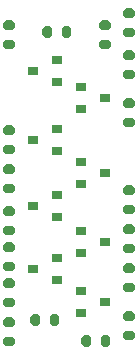
<source format=gtp>
G04 #@! TF.GenerationSoftware,KiCad,Pcbnew,5.1.12-84ad8e8a86~92~ubuntu20.04.1*
G04 #@! TF.CreationDate,2022-05-29T14:18:07-04:00*
G04 #@! TF.ProjectId,fluke9010-protection,666c756b-6539-4303-9130-2d70726f7465,rev?*
G04 #@! TF.SameCoordinates,Original*
G04 #@! TF.FileFunction,Paste,Top*
G04 #@! TF.FilePolarity,Positive*
%FSLAX46Y46*%
G04 Gerber Fmt 4.6, Leading zero omitted, Abs format (unit mm)*
G04 Created by KiCad (PCBNEW 5.1.12-84ad8e8a86~92~ubuntu20.04.1) date 2022-05-29 14:18:07*
%MOMM*%
%LPD*%
G01*
G04 APERTURE LIST*
%ADD10R,0.900000X0.800000*%
G04 APERTURE END LIST*
G36*
G01*
X134537000Y-69109000D02*
X134537000Y-68559000D01*
G75*
G02*
X134737000Y-68359000I200000J0D01*
G01*
X135137000Y-68359000D01*
G75*
G02*
X135337000Y-68559000I0J-200000D01*
G01*
X135337000Y-69109000D01*
G75*
G02*
X135137000Y-69309000I-200000J0D01*
G01*
X134737000Y-69309000D01*
G75*
G02*
X134537000Y-69109000I0J200000D01*
G01*
G37*
G36*
G01*
X132887000Y-69109000D02*
X132887000Y-68559000D01*
G75*
G02*
X133087000Y-68359000I200000J0D01*
G01*
X133487000Y-68359000D01*
G75*
G02*
X133687000Y-68559000I0J-200000D01*
G01*
X133687000Y-69109000D01*
G75*
G02*
X133487000Y-69309000I-200000J0D01*
G01*
X133087000Y-69309000D01*
G75*
G02*
X132887000Y-69109000I0J200000D01*
G01*
G37*
G36*
G01*
X132671000Y-92943000D02*
X132671000Y-93493000D01*
G75*
G02*
X132471000Y-93693000I-200000J0D01*
G01*
X132071000Y-93693000D01*
G75*
G02*
X131871000Y-93493000I0J200000D01*
G01*
X131871000Y-92943000D01*
G75*
G02*
X132071000Y-92743000I200000J0D01*
G01*
X132471000Y-92743000D01*
G75*
G02*
X132671000Y-92943000I0J-200000D01*
G01*
G37*
G36*
G01*
X134321000Y-92943000D02*
X134321000Y-93493000D01*
G75*
G02*
X134121000Y-93693000I-200000J0D01*
G01*
X133721000Y-93693000D01*
G75*
G02*
X133521000Y-93493000I0J200000D01*
G01*
X133521000Y-92943000D01*
G75*
G02*
X133721000Y-92743000I200000J0D01*
G01*
X134121000Y-92743000D01*
G75*
G02*
X134321000Y-92943000I0J-200000D01*
G01*
G37*
G36*
G01*
X137839000Y-95271000D02*
X137839000Y-94721000D01*
G75*
G02*
X138039000Y-94521000I200000J0D01*
G01*
X138439000Y-94521000D01*
G75*
G02*
X138639000Y-94721000I0J-200000D01*
G01*
X138639000Y-95271000D01*
G75*
G02*
X138439000Y-95471000I-200000J0D01*
G01*
X138039000Y-95471000D01*
G75*
G02*
X137839000Y-95271000I0J200000D01*
G01*
G37*
G36*
G01*
X136189000Y-95271000D02*
X136189000Y-94721000D01*
G75*
G02*
X136389000Y-94521000I200000J0D01*
G01*
X136789000Y-94521000D01*
G75*
G02*
X136989000Y-94721000I0J-200000D01*
G01*
X136989000Y-95271000D01*
G75*
G02*
X136789000Y-95471000I-200000J0D01*
G01*
X136389000Y-95471000D01*
G75*
G02*
X136189000Y-95271000I0J200000D01*
G01*
G37*
G36*
G01*
X139933000Y-72053000D02*
X140483000Y-72053000D01*
G75*
G02*
X140683000Y-72253000I0J-200000D01*
G01*
X140683000Y-72653000D01*
G75*
G02*
X140483000Y-72853000I-200000J0D01*
G01*
X139933000Y-72853000D01*
G75*
G02*
X139733000Y-72653000I0J200000D01*
G01*
X139733000Y-72253000D01*
G75*
G02*
X139933000Y-72053000I200000J0D01*
G01*
G37*
G36*
G01*
X139933000Y-70403000D02*
X140483000Y-70403000D01*
G75*
G02*
X140683000Y-70603000I0J-200000D01*
G01*
X140683000Y-71003000D01*
G75*
G02*
X140483000Y-71203000I-200000J0D01*
G01*
X139933000Y-71203000D01*
G75*
G02*
X139733000Y-71003000I0J200000D01*
G01*
X139733000Y-70603000D01*
G75*
G02*
X139933000Y-70403000I200000J0D01*
G01*
G37*
G36*
G01*
X129773000Y-94659000D02*
X130323000Y-94659000D01*
G75*
G02*
X130523000Y-94859000I0J-200000D01*
G01*
X130523000Y-95259000D01*
G75*
G02*
X130323000Y-95459000I-200000J0D01*
G01*
X129773000Y-95459000D01*
G75*
G02*
X129573000Y-95259000I0J200000D01*
G01*
X129573000Y-94859000D01*
G75*
G02*
X129773000Y-94659000I200000J0D01*
G01*
G37*
G36*
G01*
X129773000Y-93009000D02*
X130323000Y-93009000D01*
G75*
G02*
X130523000Y-93209000I0J-200000D01*
G01*
X130523000Y-93609000D01*
G75*
G02*
X130323000Y-93809000I-200000J0D01*
G01*
X129773000Y-93809000D01*
G75*
G02*
X129573000Y-93609000I0J200000D01*
G01*
X129573000Y-93209000D01*
G75*
G02*
X129773000Y-93009000I200000J0D01*
G01*
G37*
G36*
G01*
X140483000Y-67647000D02*
X139933000Y-67647000D01*
G75*
G02*
X139733000Y-67447000I0J200000D01*
G01*
X139733000Y-67047000D01*
G75*
G02*
X139933000Y-66847000I200000J0D01*
G01*
X140483000Y-66847000D01*
G75*
G02*
X140683000Y-67047000I0J-200000D01*
G01*
X140683000Y-67447000D01*
G75*
G02*
X140483000Y-67647000I-200000J0D01*
G01*
G37*
G36*
G01*
X140483000Y-69297000D02*
X139933000Y-69297000D01*
G75*
G02*
X139733000Y-69097000I0J200000D01*
G01*
X139733000Y-68697000D01*
G75*
G02*
X139933000Y-68497000I200000J0D01*
G01*
X140483000Y-68497000D01*
G75*
G02*
X140683000Y-68697000I0J-200000D01*
G01*
X140683000Y-69097000D01*
G75*
G02*
X140483000Y-69297000I-200000J0D01*
G01*
G37*
G36*
G01*
X130323000Y-80855000D02*
X129773000Y-80855000D01*
G75*
G02*
X129573000Y-80655000I0J200000D01*
G01*
X129573000Y-80255000D01*
G75*
G02*
X129773000Y-80055000I200000J0D01*
G01*
X130323000Y-80055000D01*
G75*
G02*
X130523000Y-80255000I0J-200000D01*
G01*
X130523000Y-80655000D01*
G75*
G02*
X130323000Y-80855000I-200000J0D01*
G01*
G37*
G36*
G01*
X130323000Y-82505000D02*
X129773000Y-82505000D01*
G75*
G02*
X129573000Y-82305000I0J200000D01*
G01*
X129573000Y-81905000D01*
G75*
G02*
X129773000Y-81705000I200000J0D01*
G01*
X130323000Y-81705000D01*
G75*
G02*
X130523000Y-81905000I0J-200000D01*
G01*
X130523000Y-82305000D01*
G75*
G02*
X130323000Y-82505000I-200000J0D01*
G01*
G37*
G36*
G01*
X130323000Y-68663000D02*
X129773000Y-68663000D01*
G75*
G02*
X129573000Y-68463000I0J200000D01*
G01*
X129573000Y-68063000D01*
G75*
G02*
X129773000Y-67863000I200000J0D01*
G01*
X130323000Y-67863000D01*
G75*
G02*
X130523000Y-68063000I0J-200000D01*
G01*
X130523000Y-68463000D01*
G75*
G02*
X130323000Y-68663000I-200000J0D01*
G01*
G37*
G36*
G01*
X130323000Y-70313000D02*
X129773000Y-70313000D01*
G75*
G02*
X129573000Y-70113000I0J200000D01*
G01*
X129573000Y-69713000D01*
G75*
G02*
X129773000Y-69513000I200000J0D01*
G01*
X130323000Y-69513000D01*
G75*
G02*
X130523000Y-69713000I0J-200000D01*
G01*
X130523000Y-70113000D01*
G75*
G02*
X130323000Y-70313000I-200000J0D01*
G01*
G37*
G36*
G01*
X130323000Y-87459000D02*
X129773000Y-87459000D01*
G75*
G02*
X129573000Y-87259000I0J200000D01*
G01*
X129573000Y-86859000D01*
G75*
G02*
X129773000Y-86659000I200000J0D01*
G01*
X130323000Y-86659000D01*
G75*
G02*
X130523000Y-86859000I0J-200000D01*
G01*
X130523000Y-87259000D01*
G75*
G02*
X130323000Y-87459000I-200000J0D01*
G01*
G37*
G36*
G01*
X130323000Y-89109000D02*
X129773000Y-89109000D01*
G75*
G02*
X129573000Y-88909000I0J200000D01*
G01*
X129573000Y-88509000D01*
G75*
G02*
X129773000Y-88309000I200000J0D01*
G01*
X130323000Y-88309000D01*
G75*
G02*
X130523000Y-88509000I0J-200000D01*
G01*
X130523000Y-88909000D01*
G75*
G02*
X130323000Y-89109000I-200000J0D01*
G01*
G37*
G36*
G01*
X139933000Y-83483000D02*
X140483000Y-83483000D01*
G75*
G02*
X140683000Y-83683000I0J-200000D01*
G01*
X140683000Y-84083000D01*
G75*
G02*
X140483000Y-84283000I-200000J0D01*
G01*
X139933000Y-84283000D01*
G75*
G02*
X139733000Y-84083000I0J200000D01*
G01*
X139733000Y-83683000D01*
G75*
G02*
X139933000Y-83483000I200000J0D01*
G01*
G37*
G36*
G01*
X139933000Y-81833000D02*
X140483000Y-81833000D01*
G75*
G02*
X140683000Y-82033000I0J-200000D01*
G01*
X140683000Y-82433000D01*
G75*
G02*
X140483000Y-82633000I-200000J0D01*
G01*
X139933000Y-82633000D01*
G75*
G02*
X139733000Y-82433000I0J200000D01*
G01*
X139733000Y-82033000D01*
G75*
G02*
X139933000Y-81833000I200000J0D01*
G01*
G37*
G36*
G01*
X139933000Y-94151000D02*
X140483000Y-94151000D01*
G75*
G02*
X140683000Y-94351000I0J-200000D01*
G01*
X140683000Y-94751000D01*
G75*
G02*
X140483000Y-94951000I-200000J0D01*
G01*
X139933000Y-94951000D01*
G75*
G02*
X139733000Y-94751000I0J200000D01*
G01*
X139733000Y-94351000D01*
G75*
G02*
X139933000Y-94151000I200000J0D01*
G01*
G37*
G36*
G01*
X139933000Y-92501000D02*
X140483000Y-92501000D01*
G75*
G02*
X140683000Y-92701000I0J-200000D01*
G01*
X140683000Y-93101000D01*
G75*
G02*
X140483000Y-93301000I-200000J0D01*
G01*
X139933000Y-93301000D01*
G75*
G02*
X139733000Y-93101000I0J200000D01*
G01*
X139733000Y-92701000D01*
G75*
G02*
X139933000Y-92501000I200000J0D01*
G01*
G37*
G36*
G01*
X140483000Y-75267000D02*
X139933000Y-75267000D01*
G75*
G02*
X139733000Y-75067000I0J200000D01*
G01*
X139733000Y-74667000D01*
G75*
G02*
X139933000Y-74467000I200000J0D01*
G01*
X140483000Y-74467000D01*
G75*
G02*
X140683000Y-74667000I0J-200000D01*
G01*
X140683000Y-75067000D01*
G75*
G02*
X140483000Y-75267000I-200000J0D01*
G01*
G37*
G36*
G01*
X140483000Y-76917000D02*
X139933000Y-76917000D01*
G75*
G02*
X139733000Y-76717000I0J200000D01*
G01*
X139733000Y-76317000D01*
G75*
G02*
X139933000Y-76117000I200000J0D01*
G01*
X140483000Y-76117000D01*
G75*
G02*
X140683000Y-76317000I0J-200000D01*
G01*
X140683000Y-76717000D01*
G75*
G02*
X140483000Y-76917000I-200000J0D01*
G01*
G37*
G36*
G01*
X129773000Y-91357000D02*
X130323000Y-91357000D01*
G75*
G02*
X130523000Y-91557000I0J-200000D01*
G01*
X130523000Y-91957000D01*
G75*
G02*
X130323000Y-92157000I-200000J0D01*
G01*
X129773000Y-92157000D01*
G75*
G02*
X129573000Y-91957000I0J200000D01*
G01*
X129573000Y-91557000D01*
G75*
G02*
X129773000Y-91357000I200000J0D01*
G01*
G37*
G36*
G01*
X129773000Y-89707000D02*
X130323000Y-89707000D01*
G75*
G02*
X130523000Y-89907000I0J-200000D01*
G01*
X130523000Y-90307000D01*
G75*
G02*
X130323000Y-90507000I-200000J0D01*
G01*
X129773000Y-90507000D01*
G75*
G02*
X129573000Y-90307000I0J200000D01*
G01*
X129573000Y-89907000D01*
G75*
G02*
X129773000Y-89707000I200000J0D01*
G01*
G37*
G36*
G01*
X138451000Y-68663000D02*
X137901000Y-68663000D01*
G75*
G02*
X137701000Y-68463000I0J200000D01*
G01*
X137701000Y-68063000D01*
G75*
G02*
X137901000Y-67863000I200000J0D01*
G01*
X138451000Y-67863000D01*
G75*
G02*
X138651000Y-68063000I0J-200000D01*
G01*
X138651000Y-68463000D01*
G75*
G02*
X138451000Y-68663000I-200000J0D01*
G01*
G37*
G36*
G01*
X138451000Y-70313000D02*
X137901000Y-70313000D01*
G75*
G02*
X137701000Y-70113000I0J200000D01*
G01*
X137701000Y-69713000D01*
G75*
G02*
X137901000Y-69513000I200000J0D01*
G01*
X138451000Y-69513000D01*
G75*
G02*
X138651000Y-69713000I0J-200000D01*
G01*
X138651000Y-70113000D01*
G75*
G02*
X138451000Y-70313000I-200000J0D01*
G01*
G37*
G36*
G01*
X129773000Y-78403000D02*
X130323000Y-78403000D01*
G75*
G02*
X130523000Y-78603000I0J-200000D01*
G01*
X130523000Y-79003000D01*
G75*
G02*
X130323000Y-79203000I-200000J0D01*
G01*
X129773000Y-79203000D01*
G75*
G02*
X129573000Y-79003000I0J200000D01*
G01*
X129573000Y-78603000D01*
G75*
G02*
X129773000Y-78403000I200000J0D01*
G01*
G37*
G36*
G01*
X129773000Y-76753000D02*
X130323000Y-76753000D01*
G75*
G02*
X130523000Y-76953000I0J-200000D01*
G01*
X130523000Y-77353000D01*
G75*
G02*
X130323000Y-77553000I-200000J0D01*
G01*
X129773000Y-77553000D01*
G75*
G02*
X129573000Y-77353000I0J200000D01*
G01*
X129573000Y-76953000D01*
G75*
G02*
X129773000Y-76753000I200000J0D01*
G01*
G37*
G36*
G01*
X130323000Y-84411000D02*
X129773000Y-84411000D01*
G75*
G02*
X129573000Y-84211000I0J200000D01*
G01*
X129573000Y-83811000D01*
G75*
G02*
X129773000Y-83611000I200000J0D01*
G01*
X130323000Y-83611000D01*
G75*
G02*
X130523000Y-83811000I0J-200000D01*
G01*
X130523000Y-84211000D01*
G75*
G02*
X130323000Y-84411000I-200000J0D01*
G01*
G37*
G36*
G01*
X130323000Y-86061000D02*
X129773000Y-86061000D01*
G75*
G02*
X129573000Y-85861000I0J200000D01*
G01*
X129573000Y-85461000D01*
G75*
G02*
X129773000Y-85261000I200000J0D01*
G01*
X130323000Y-85261000D01*
G75*
G02*
X130523000Y-85461000I0J-200000D01*
G01*
X130523000Y-85861000D01*
G75*
G02*
X130323000Y-86061000I-200000J0D01*
G01*
G37*
G36*
G01*
X140483000Y-85935000D02*
X139933000Y-85935000D01*
G75*
G02*
X139733000Y-85735000I0J200000D01*
G01*
X139733000Y-85335000D01*
G75*
G02*
X139933000Y-85135000I200000J0D01*
G01*
X140483000Y-85135000D01*
G75*
G02*
X140683000Y-85335000I0J-200000D01*
G01*
X140683000Y-85735000D01*
G75*
G02*
X140483000Y-85935000I-200000J0D01*
G01*
G37*
G36*
G01*
X140483000Y-87585000D02*
X139933000Y-87585000D01*
G75*
G02*
X139733000Y-87385000I0J200000D01*
G01*
X139733000Y-86985000D01*
G75*
G02*
X139933000Y-86785000I200000J0D01*
G01*
X140483000Y-86785000D01*
G75*
G02*
X140683000Y-86985000I0J-200000D01*
G01*
X140683000Y-87385000D01*
G75*
G02*
X140483000Y-87585000I-200000J0D01*
G01*
G37*
G36*
G01*
X139933000Y-90087000D02*
X140483000Y-90087000D01*
G75*
G02*
X140683000Y-90287000I0J-200000D01*
G01*
X140683000Y-90687000D01*
G75*
G02*
X140483000Y-90887000I-200000J0D01*
G01*
X139933000Y-90887000D01*
G75*
G02*
X139733000Y-90687000I0J200000D01*
G01*
X139733000Y-90287000D01*
G75*
G02*
X139933000Y-90087000I200000J0D01*
G01*
G37*
G36*
G01*
X139933000Y-88437000D02*
X140483000Y-88437000D01*
G75*
G02*
X140683000Y-88637000I0J-200000D01*
G01*
X140683000Y-89037000D01*
G75*
G02*
X140483000Y-89237000I-200000J0D01*
G01*
X139933000Y-89237000D01*
G75*
G02*
X139733000Y-89037000I0J200000D01*
G01*
X139733000Y-88637000D01*
G75*
G02*
X139933000Y-88437000I200000J0D01*
G01*
G37*
D10*
X138160000Y-74422000D03*
X136160000Y-75372000D03*
X136160000Y-73472000D03*
X132096000Y-88900000D03*
X134096000Y-87950000D03*
X134096000Y-89850000D03*
X138160000Y-80772000D03*
X136160000Y-81722000D03*
X136160000Y-79822000D03*
X132096000Y-77978000D03*
X134096000Y-77028000D03*
X134096000Y-78928000D03*
X132096000Y-72136000D03*
X134096000Y-71186000D03*
X134096000Y-73086000D03*
X132096000Y-83566000D03*
X134096000Y-82616000D03*
X134096000Y-84516000D03*
X138160000Y-86614000D03*
X136160000Y-87564000D03*
X136160000Y-85664000D03*
X138160000Y-91694000D03*
X136160000Y-92644000D03*
X136160000Y-90744000D03*
M02*

</source>
